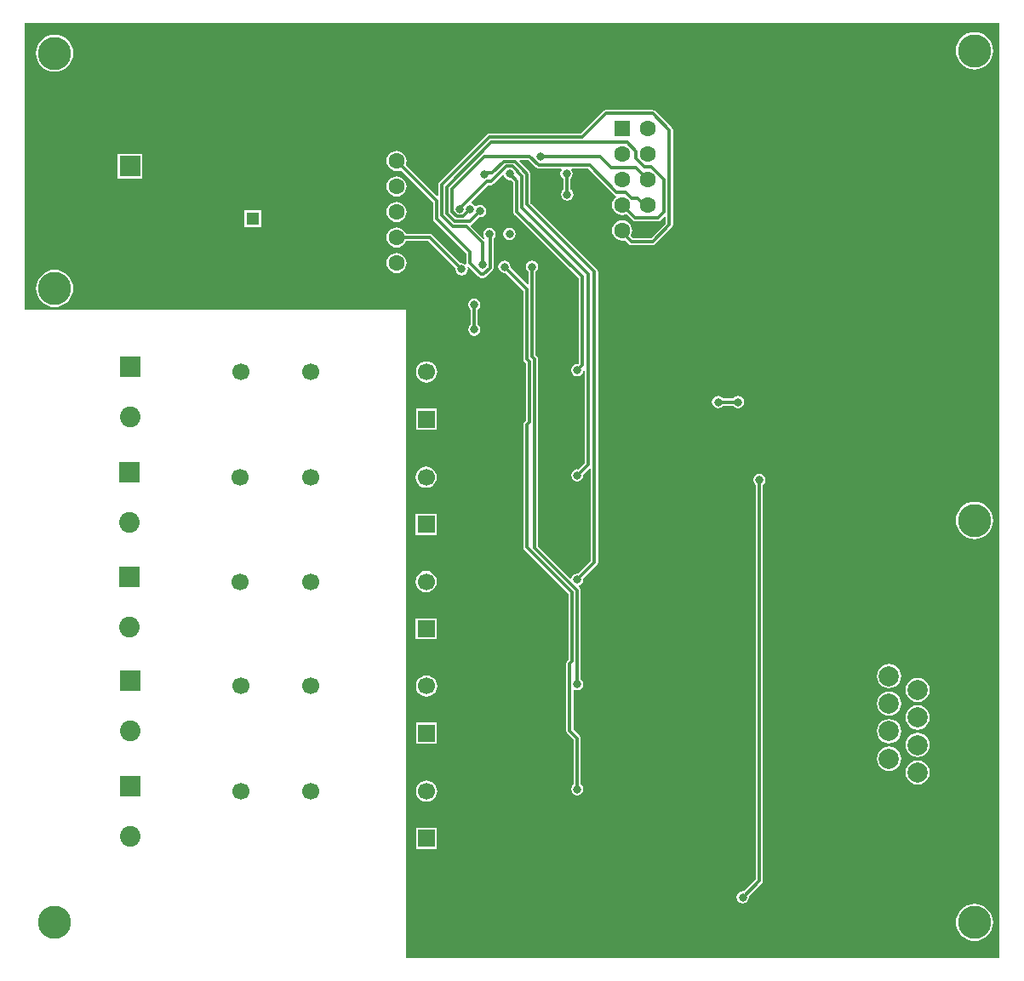
<source format=gbl>
G04*
G04 #@! TF.GenerationSoftware,Altium Limited,Altium Designer,19.0.15 (446)*
G04*
G04 Layer_Physical_Order=2*
G04 Layer_Color=16711680*
%FSLAX25Y25*%
%MOIN*%
G70*
G01*
G75*
%ADD29R,0.19685X0.05512*%
%ADD70C,0.01181*%
%ADD73C,0.12992*%
%ADD74R,0.08071X0.08071*%
%ADD75C,0.08071*%
%ADD76C,0.06693*%
%ADD77R,0.06693X0.06693*%
%ADD78C,0.19685*%
%ADD79C,0.07874*%
%ADD80C,0.06299*%
%ADD81R,0.06299X0.06299*%
%ADD82R,0.05118X0.05118*%
%ADD83C,0.05118*%
%ADD84C,0.03150*%
%ADD85C,0.03937*%
G36*
X480315Y133858D02*
X248031D01*
Y387844D01*
X98770D01*
X98425Y388189D01*
Y500000D01*
X480315D01*
Y133858D01*
D02*
G37*
%LPC*%
G36*
X470472Y496492D02*
X469045Y496351D01*
X467672Y495935D01*
X466406Y495259D01*
X465297Y494348D01*
X464387Y493239D01*
X463711Y491974D01*
X463294Y490601D01*
X463154Y489173D01*
X463294Y487745D01*
X463711Y486373D01*
X464387Y485107D01*
X465297Y483998D01*
X466406Y483088D01*
X467672Y482412D01*
X469045Y481995D01*
X470472Y481854D01*
X471900Y481995D01*
X473273Y482412D01*
X474539Y483088D01*
X475647Y483998D01*
X476558Y485107D01*
X477234Y486373D01*
X477650Y487745D01*
X477791Y489173D01*
X477650Y490601D01*
X477234Y491974D01*
X476558Y493239D01*
X475647Y494348D01*
X474539Y495259D01*
X473273Y495935D01*
X471900Y496351D01*
X470472Y496492D01*
D02*
G37*
G36*
X110236Y495508D02*
X108808Y495367D01*
X107436Y494951D01*
X106170Y494274D01*
X105061Y493364D01*
X104151Y492255D01*
X103475Y490990D01*
X103058Y489617D01*
X102918Y488189D01*
X103058Y486761D01*
X103475Y485388D01*
X104151Y484123D01*
X105061Y483014D01*
X106170Y482104D01*
X107436Y481427D01*
X108808Y481011D01*
X110236Y480870D01*
X111664Y481011D01*
X113037Y481427D01*
X114302Y482104D01*
X115411Y483014D01*
X116322Y484123D01*
X116998Y485388D01*
X117414Y486761D01*
X117555Y488189D01*
X117414Y489617D01*
X116998Y490990D01*
X116322Y492255D01*
X115411Y493364D01*
X114302Y494274D01*
X113037Y494951D01*
X111664Y495367D01*
X110236Y495508D01*
D02*
G37*
G36*
X144587Y448721D02*
X134941D01*
Y439075D01*
X144587D01*
Y448721D01*
D02*
G37*
G36*
X344488Y465972D02*
X326181D01*
X325643Y465865D01*
X325188Y465560D01*
X316347Y456720D01*
X280456D01*
X279918Y456613D01*
X279462Y456308D01*
X260818Y437664D01*
X260513Y437208D01*
X260406Y436670D01*
Y432409D01*
X259944Y432217D01*
X247746Y444415D01*
X247987Y444996D01*
X248122Y446024D01*
X247987Y447051D01*
X247590Y448009D01*
X246959Y448832D01*
X246136Y449463D01*
X245179Y449859D01*
X244151Y449995D01*
X243123Y449859D01*
X242165Y449463D01*
X241343Y448832D01*
X240712Y448009D01*
X240315Y447051D01*
X240180Y446024D01*
X240315Y444996D01*
X240712Y444038D01*
X241343Y443216D01*
X242165Y442585D01*
X243123Y442188D01*
X244151Y442053D01*
X245179Y442188D01*
X245759Y442428D01*
X258438Y429750D01*
Y423228D01*
X258544Y422691D01*
X258849Y422235D01*
X271414Y409670D01*
Y406076D01*
X271470Y405792D01*
X271021Y405491D01*
X270606Y405768D01*
X269685Y405951D01*
X269333Y405881D01*
X258197Y417017D01*
X257741Y417322D01*
X257203Y417429D01*
X247830D01*
X247590Y418009D01*
X246959Y418831D01*
X246136Y419463D01*
X245179Y419859D01*
X244151Y419995D01*
X243123Y419859D01*
X242165Y419463D01*
X241343Y418831D01*
X240712Y418009D01*
X240315Y417051D01*
X240180Y416024D01*
X240315Y414996D01*
X240712Y414038D01*
X241343Y413216D01*
X242165Y412585D01*
X243123Y412188D01*
X244151Y412053D01*
X245179Y412188D01*
X246136Y412585D01*
X246959Y413216D01*
X247590Y414038D01*
X247830Y414619D01*
X256621D01*
X267346Y403894D01*
X267276Y403543D01*
X267459Y402621D01*
X267981Y401839D01*
X268763Y401317D01*
X269685Y401134D01*
X270606Y401317D01*
X271388Y401839D01*
X271910Y402621D01*
X272093Y403543D01*
X271953Y404249D01*
X272413Y404495D01*
X276327Y400581D01*
X276783Y400277D01*
X277320Y400170D01*
X278244D01*
X278782Y400277D01*
X279238Y400581D01*
X281729Y403072D01*
X282033Y403528D01*
X282140Y404066D01*
Y415569D01*
X282214Y415619D01*
X282736Y416400D01*
X282920Y417322D01*
X282736Y418244D01*
X282214Y419025D01*
X281433Y419547D01*
X280511Y419731D01*
X279590Y419547D01*
X278808Y419025D01*
X278286Y418244D01*
X278103Y417322D01*
X278286Y416400D01*
X278688Y415798D01*
X278300Y415480D01*
X273313Y420467D01*
X273467Y421020D01*
X273812Y421251D01*
X276559Y423997D01*
X276911Y423928D01*
X277833Y424111D01*
X278614Y424633D01*
X279136Y425414D01*
X279319Y426336D01*
X279136Y427258D01*
X278614Y428039D01*
X277833Y428561D01*
X276911Y428745D01*
X275989Y428561D01*
X275624Y428317D01*
X274946Y428466D01*
X274677Y428868D01*
X273895Y429390D01*
X273677Y429434D01*
X273532Y429912D01*
X280108Y436489D01*
X281159D01*
X281697Y436596D01*
X282153Y436900D01*
X285638Y440386D01*
X286117Y440241D01*
X286160Y440022D01*
X286682Y439241D01*
X287464Y438719D01*
X288385Y438535D01*
X288737Y438605D01*
X289934Y437409D01*
Y426181D01*
X290041Y425643D01*
X290345Y425188D01*
X315524Y400009D01*
Y366837D01*
X315094Y366467D01*
X314961Y366493D01*
X314039Y366310D01*
X313258Y365788D01*
X312736Y365006D01*
X312552Y364085D01*
X312736Y363163D01*
X313258Y362382D01*
X314039Y361859D01*
X314961Y361676D01*
X315882Y361859D01*
X316664Y362382D01*
X317186Y363163D01*
X317361Y364046D01*
X317388Y364098D01*
X317886Y363837D01*
Y327708D01*
X315312Y325134D01*
X314961Y325204D01*
X314039Y325020D01*
X313258Y324498D01*
X312736Y323717D01*
X312552Y322795D01*
X312736Y321874D01*
X313258Y321092D01*
X314039Y320570D01*
X314961Y320387D01*
X315882Y320570D01*
X316664Y321092D01*
X317186Y321874D01*
X317369Y322795D01*
X317299Y323147D01*
X319787Y325634D01*
X320249Y325443D01*
Y289224D01*
X315312Y284287D01*
X314961Y284357D01*
X314039Y284174D01*
X313258Y283652D01*
X312736Y282871D01*
X312692Y282652D01*
X312214Y282507D01*
X299633Y295087D01*
Y368229D01*
X299526Y368767D01*
X299222Y369223D01*
X298649Y369796D01*
Y402625D01*
X298946Y402824D01*
X299469Y403606D01*
X299652Y404528D01*
X299469Y405449D01*
X298946Y406231D01*
X298165Y406753D01*
X297243Y406936D01*
X296322Y406753D01*
X295540Y406231D01*
X295018Y405449D01*
X294835Y404528D01*
X295018Y403606D01*
X295540Y402824D01*
X295838Y402625D01*
Y397745D01*
X295377Y397554D01*
X288755Y404175D01*
X288825Y404527D01*
X288642Y405448D01*
X288120Y406230D01*
X287338Y406752D01*
X286417Y406935D01*
X285495Y406752D01*
X284714Y406230D01*
X284192Y405448D01*
X284008Y404527D01*
X284192Y403605D01*
X284714Y402824D01*
X285495Y402302D01*
X286417Y402118D01*
X286768Y402188D01*
X293870Y395087D01*
Y368399D01*
X293977Y367861D01*
X294282Y367405D01*
X294855Y366832D01*
Y344230D01*
X294282Y343657D01*
X293977Y343201D01*
X293870Y342663D01*
Y294675D01*
X293977Y294137D01*
X294282Y293681D01*
X311587Y276376D01*
Y250582D01*
X311014Y250009D01*
X310710Y249553D01*
X310603Y249016D01*
Y222787D01*
X310710Y222250D01*
X311014Y221794D01*
X313556Y219253D01*
Y201764D01*
X313258Y201565D01*
X312736Y200784D01*
X312552Y199862D01*
X312736Y198941D01*
X313258Y198159D01*
X314039Y197637D01*
X314961Y197454D01*
X315882Y197637D01*
X316664Y198159D01*
X317186Y198941D01*
X317369Y199862D01*
X317186Y200784D01*
X316664Y201565D01*
X316366Y201764D01*
Y219835D01*
X316259Y220372D01*
X315954Y220828D01*
X313413Y223369D01*
Y238667D01*
X313854Y238902D01*
X314039Y238779D01*
X314961Y238596D01*
X315882Y238779D01*
X316664Y239301D01*
X317186Y240082D01*
X317369Y241004D01*
X317186Y241926D01*
X316664Y242707D01*
X316366Y242906D01*
Y277773D01*
X316259Y278311D01*
X315954Y278766D01*
X315519Y279202D01*
X315664Y279680D01*
X315882Y279724D01*
X316664Y280246D01*
X317186Y281027D01*
X317369Y281949D01*
X317299Y282300D01*
X322647Y287648D01*
X322952Y288104D01*
X323059Y288642D01*
Y402548D01*
X322952Y403085D01*
X322647Y403541D01*
X296680Y429507D01*
Y440705D01*
X296574Y441242D01*
X296269Y441698D01*
X294763Y443204D01*
X294724Y443401D01*
X294419Y443857D01*
X292308Y445968D01*
X292499Y446430D01*
X295791D01*
X298923Y443298D01*
X299378Y442993D01*
X299916Y442886D01*
X308596D01*
X308863Y442386D01*
X308555Y441926D01*
X308372Y441004D01*
X308555Y440082D01*
X309077Y439301D01*
X309497Y439020D01*
Y434673D01*
X309321Y434556D01*
X308799Y433774D01*
X308615Y432853D01*
X308799Y431931D01*
X309321Y431149D01*
X310102Y430627D01*
X311024Y430444D01*
X311945Y430627D01*
X312727Y431149D01*
X313249Y431931D01*
X313432Y432853D01*
X313249Y433774D01*
X312727Y434556D01*
X312307Y434836D01*
Y439183D01*
X312483Y439301D01*
X313005Y440082D01*
X313189Y441004D01*
X313005Y441926D01*
X312697Y442386D01*
X312965Y442886D01*
X319201D01*
X329235Y432853D01*
X329691Y432548D01*
X330009Y432485D01*
X330135Y431951D01*
X329712Y431627D01*
X329081Y430804D01*
X328684Y429847D01*
X328549Y428819D01*
X328684Y427791D01*
X329081Y426833D01*
X329712Y426011D01*
X330534Y425380D01*
X331492Y424983D01*
X332520Y424848D01*
X333547Y424983D01*
X334128Y425224D01*
X336630Y422721D01*
X337086Y422417D01*
X337624Y422310D01*
X346602D01*
X347140Y422417D01*
X347596Y422721D01*
X349117Y424243D01*
X349579Y424052D01*
Y421462D01*
X343813Y415696D01*
X336709D01*
X335791Y416615D01*
X335959Y416833D01*
X336355Y417791D01*
X336491Y418819D01*
X336355Y419847D01*
X335959Y420804D01*
X335328Y421627D01*
X334505Y422258D01*
X333547Y422655D01*
X332520Y422790D01*
X331492Y422655D01*
X330534Y422258D01*
X329712Y421627D01*
X329081Y420804D01*
X328684Y419847D01*
X328549Y418819D01*
X328684Y417791D01*
X329081Y416833D01*
X329712Y416011D01*
X330534Y415380D01*
X331492Y414983D01*
X332520Y414848D01*
X333460Y414972D01*
X335134Y413298D01*
X335590Y412993D01*
X336127Y412886D01*
X344395D01*
X344933Y412993D01*
X345389Y413298D01*
X351978Y419887D01*
X352282Y420343D01*
X352389Y420881D01*
Y458071D01*
X352282Y458608D01*
X351978Y459064D01*
X345482Y465560D01*
X345026Y465865D01*
X344488Y465972D01*
D02*
G37*
G36*
X244151Y439995D02*
X243123Y439859D01*
X242165Y439463D01*
X241343Y438832D01*
X240712Y438009D01*
X240315Y437051D01*
X240180Y436024D01*
X240315Y434996D01*
X240712Y434038D01*
X241343Y433216D01*
X242165Y432585D01*
X243123Y432188D01*
X244151Y432053D01*
X245179Y432188D01*
X246136Y432585D01*
X246959Y433216D01*
X247590Y434038D01*
X247987Y434996D01*
X248122Y436024D01*
X247987Y437051D01*
X247590Y438009D01*
X246959Y438832D01*
X246136Y439463D01*
X245179Y439859D01*
X244151Y439995D01*
D02*
G37*
G36*
Y429995D02*
X243123Y429859D01*
X242165Y429463D01*
X241343Y428831D01*
X240712Y428009D01*
X240315Y427051D01*
X240180Y426024D01*
X240315Y424996D01*
X240712Y424038D01*
X241343Y423216D01*
X242165Y422585D01*
X243123Y422188D01*
X244151Y422053D01*
X245179Y422188D01*
X246136Y422585D01*
X246959Y423216D01*
X247590Y424038D01*
X247987Y424996D01*
X248122Y426024D01*
X247987Y427051D01*
X247590Y428009D01*
X246959Y428831D01*
X246136Y429463D01*
X245179Y429859D01*
X244151Y429995D01*
D02*
G37*
G36*
X191339Y426575D02*
X184646D01*
Y419882D01*
X191339D01*
Y426575D01*
D02*
G37*
G36*
X288385Y419731D02*
X287464Y419547D01*
X286682Y419025D01*
X286160Y418244D01*
X285977Y417322D01*
X286160Y416400D01*
X286682Y415619D01*
X287464Y415097D01*
X288385Y414914D01*
X289307Y415097D01*
X290088Y415619D01*
X290610Y416400D01*
X290794Y417322D01*
X290610Y418244D01*
X290088Y419025D01*
X289307Y419547D01*
X288385Y419731D01*
D02*
G37*
G36*
X244151Y409995D02*
X243123Y409859D01*
X242165Y409463D01*
X241343Y408832D01*
X240712Y408009D01*
X240315Y407051D01*
X240180Y406024D01*
X240315Y404996D01*
X240712Y404038D01*
X241343Y403216D01*
X242165Y402585D01*
X243123Y402188D01*
X244151Y402053D01*
X245179Y402188D01*
X246136Y402585D01*
X246959Y403216D01*
X247590Y404038D01*
X247987Y404996D01*
X248122Y406024D01*
X247987Y407051D01*
X247590Y408009D01*
X246959Y408832D01*
X246136Y409463D01*
X245179Y409859D01*
X244151Y409995D01*
D02*
G37*
G36*
X110236Y403342D02*
X108808Y403202D01*
X107436Y402785D01*
X106170Y402109D01*
X105061Y401199D01*
X104151Y400090D01*
X103475Y398824D01*
X103058Y397451D01*
X102918Y396024D01*
X103058Y394596D01*
X103475Y393223D01*
X104151Y391958D01*
X105061Y390848D01*
X106170Y389938D01*
X107436Y389262D01*
X108808Y388846D01*
X110236Y388705D01*
X111664Y388846D01*
X113037Y389262D01*
X114302Y389938D01*
X115411Y390848D01*
X116322Y391958D01*
X116998Y393223D01*
X117414Y394596D01*
X117555Y396024D01*
X117414Y397451D01*
X116998Y398824D01*
X116322Y400090D01*
X115411Y401199D01*
X114302Y402109D01*
X113037Y402785D01*
X111664Y403202D01*
X110236Y403342D01*
D02*
G37*
G36*
X274606Y392172D02*
X273684Y391989D01*
X272903Y391467D01*
X272381Y390686D01*
X272197Y389764D01*
X272381Y388842D01*
X272903Y388061D01*
X273201Y387861D01*
Y381823D01*
X272903Y381624D01*
X272381Y380843D01*
X272197Y379921D01*
X272381Y379000D01*
X272903Y378218D01*
X273684Y377696D01*
X274606Y377513D01*
X275527Y377696D01*
X276309Y378218D01*
X276831Y379000D01*
X277014Y379921D01*
X276831Y380843D01*
X276309Y381624D01*
X276011Y381823D01*
Y387861D01*
X276309Y388061D01*
X276831Y388842D01*
X277014Y389764D01*
X276831Y390686D01*
X276309Y391467D01*
X275527Y391989D01*
X274606Y392172D01*
D02*
G37*
G36*
X255906Y367506D02*
X254826Y367364D01*
X253821Y366948D01*
X252957Y366285D01*
X252295Y365421D01*
X251878Y364416D01*
X251736Y363337D01*
X251878Y362258D01*
X252295Y361252D01*
X252957Y360388D01*
X253821Y359726D01*
X254826Y359309D01*
X255906Y359167D01*
X256985Y359309D01*
X257990Y359726D01*
X258854Y360388D01*
X259516Y361252D01*
X259933Y362258D01*
X260075Y363337D01*
X259933Y364416D01*
X259516Y365421D01*
X258854Y366285D01*
X257990Y366948D01*
X256985Y367364D01*
X255906Y367506D01*
D02*
G37*
G36*
X377953Y353934D02*
X377031Y353751D01*
X376250Y353229D01*
X376050Y352930D01*
X371981D01*
X371782Y353229D01*
X371000Y353751D01*
X370079Y353934D01*
X369157Y353751D01*
X368376Y353229D01*
X367854Y352447D01*
X367670Y351526D01*
X367854Y350604D01*
X368376Y349822D01*
X369157Y349300D01*
X370079Y349117D01*
X371000Y349300D01*
X371782Y349822D01*
X371981Y350121D01*
X376050D01*
X376250Y349822D01*
X377031Y349300D01*
X377953Y349117D01*
X378874Y349300D01*
X379656Y349822D01*
X380178Y350604D01*
X380361Y351526D01*
X380178Y352447D01*
X379656Y353229D01*
X378874Y353751D01*
X377953Y353934D01*
D02*
G37*
G36*
X260039Y348967D02*
X251772D01*
Y340699D01*
X260039D01*
Y348967D01*
D02*
G37*
G36*
X255752Y326217D02*
X254673Y326075D01*
X253667Y325658D01*
X252804Y324995D01*
X252141Y324132D01*
X251725Y323126D01*
X251583Y322047D01*
X251725Y320968D01*
X252141Y319963D01*
X252804Y319099D01*
X253667Y318436D01*
X254673Y318020D01*
X255752Y317878D01*
X256831Y318020D01*
X257837Y318436D01*
X258700Y319099D01*
X259363Y319963D01*
X259779Y320968D01*
X259922Y322047D01*
X259779Y323126D01*
X259363Y324132D01*
X258700Y324995D01*
X257837Y325658D01*
X256831Y326075D01*
X255752Y326217D01*
D02*
G37*
G36*
X259886Y307677D02*
X251618D01*
Y299409D01*
X259886D01*
Y307677D01*
D02*
G37*
G36*
X470472Y312437D02*
X469045Y312296D01*
X467672Y311880D01*
X466406Y311203D01*
X465297Y310293D01*
X464387Y309184D01*
X463711Y307919D01*
X463294Y306546D01*
X463154Y305118D01*
X463294Y303690D01*
X463711Y302317D01*
X464387Y301052D01*
X465297Y299943D01*
X466406Y299033D01*
X467672Y298357D01*
X469045Y297940D01*
X470472Y297799D01*
X471900Y297940D01*
X473273Y298357D01*
X474539Y299033D01*
X475647Y299943D01*
X476558Y301052D01*
X477234Y302317D01*
X477650Y303690D01*
X477791Y305118D01*
X477650Y306546D01*
X477234Y307919D01*
X476558Y309184D01*
X475647Y310293D01*
X474539Y311203D01*
X473273Y311880D01*
X471900Y312296D01*
X470472Y312437D01*
D02*
G37*
G36*
X255752Y285370D02*
X254673Y285228D01*
X253667Y284812D01*
X252804Y284149D01*
X252141Y283285D01*
X251725Y282280D01*
X251583Y281201D01*
X251725Y280122D01*
X252141Y279116D01*
X252804Y278253D01*
X253667Y277590D01*
X254673Y277173D01*
X255752Y277031D01*
X256831Y277173D01*
X257837Y277590D01*
X258700Y278253D01*
X259363Y279116D01*
X259779Y280122D01*
X259922Y281201D01*
X259779Y282280D01*
X259363Y283285D01*
X258700Y284149D01*
X257837Y284812D01*
X256831Y285228D01*
X255752Y285370D01*
D02*
G37*
G36*
X259886Y266831D02*
X251618D01*
Y258563D01*
X259886D01*
Y266831D01*
D02*
G37*
G36*
X437008Y248909D02*
X435775Y248746D01*
X434625Y248270D01*
X433638Y247513D01*
X432881Y246526D01*
X432405Y245377D01*
X432243Y244144D01*
X432405Y242910D01*
X432881Y241761D01*
X433638Y240774D01*
X434625Y240017D01*
X435775Y239541D01*
X437008Y239378D01*
X438241Y239541D01*
X439390Y240017D01*
X440377Y240774D01*
X441135Y241761D01*
X441611Y242910D01*
X441773Y244144D01*
X441611Y245377D01*
X441135Y246526D01*
X440377Y247513D01*
X439390Y248270D01*
X438241Y248746D01*
X437008Y248909D01*
D02*
G37*
G36*
X255906Y244425D02*
X254826Y244283D01*
X253821Y243867D01*
X252957Y243204D01*
X252295Y242341D01*
X251878Y241335D01*
X251736Y240256D01*
X251878Y239177D01*
X252295Y238171D01*
X252957Y237308D01*
X253821Y236645D01*
X254826Y236228D01*
X255906Y236086D01*
X256985Y236228D01*
X257990Y236645D01*
X258854Y237308D01*
X259516Y238171D01*
X259933Y239177D01*
X260075Y240256D01*
X259933Y241335D01*
X259516Y242341D01*
X258854Y243204D01*
X257990Y243867D01*
X256985Y244283D01*
X255906Y244425D01*
D02*
G37*
G36*
X448189Y243515D02*
X446956Y243353D01*
X445806Y242877D01*
X444819Y242120D01*
X444062Y241133D01*
X443586Y239983D01*
X443424Y238750D01*
X443586Y237517D01*
X444062Y236367D01*
X444819Y235381D01*
X445806Y234623D01*
X446956Y234147D01*
X448189Y233985D01*
X449422Y234147D01*
X450572Y234623D01*
X451558Y235381D01*
X452316Y236367D01*
X452792Y237517D01*
X452954Y238750D01*
X452792Y239983D01*
X452316Y241133D01*
X451558Y242120D01*
X450572Y242877D01*
X449422Y243353D01*
X448189Y243515D01*
D02*
G37*
G36*
X437008Y238122D02*
X435775Y237959D01*
X434625Y237483D01*
X433638Y236726D01*
X432881Y235739D01*
X432405Y234590D01*
X432243Y233356D01*
X432405Y232123D01*
X432881Y230974D01*
X433638Y229987D01*
X434625Y229229D01*
X435775Y228753D01*
X437008Y228591D01*
X438241Y228753D01*
X439390Y229229D01*
X440377Y229987D01*
X441135Y230974D01*
X441611Y232123D01*
X441773Y233356D01*
X441611Y234590D01*
X441135Y235739D01*
X440377Y236726D01*
X439390Y237483D01*
X438241Y237959D01*
X437008Y238122D01*
D02*
G37*
G36*
X448189Y232728D02*
X446956Y232565D01*
X445806Y232089D01*
X444819Y231332D01*
X444062Y230345D01*
X443586Y229196D01*
X443424Y227963D01*
X443586Y226729D01*
X444062Y225580D01*
X444819Y224593D01*
X445806Y223836D01*
X446956Y223360D01*
X448189Y223197D01*
X449422Y223360D01*
X450572Y223836D01*
X451558Y224593D01*
X452316Y225580D01*
X452792Y226729D01*
X452954Y227963D01*
X452792Y229196D01*
X452316Y230345D01*
X451558Y231332D01*
X450572Y232089D01*
X449422Y232565D01*
X448189Y232728D01*
D02*
G37*
G36*
X437008Y227334D02*
X435775Y227172D01*
X434625Y226696D01*
X433638Y225938D01*
X432881Y224952D01*
X432405Y223802D01*
X432243Y222569D01*
X432405Y221336D01*
X432881Y220186D01*
X433638Y219199D01*
X434625Y218442D01*
X435775Y217966D01*
X437008Y217804D01*
X438241Y217966D01*
X439390Y218442D01*
X440377Y219199D01*
X441135Y220186D01*
X441611Y221336D01*
X441773Y222569D01*
X441611Y223802D01*
X441135Y224952D01*
X440377Y225938D01*
X439390Y226696D01*
X438241Y227172D01*
X437008Y227334D01*
D02*
G37*
G36*
X260039Y225886D02*
X251772D01*
Y217618D01*
X260039D01*
Y225886D01*
D02*
G37*
G36*
X448189Y221940D02*
X446956Y221778D01*
X445806Y221302D01*
X444819Y220545D01*
X444062Y219558D01*
X443586Y218408D01*
X443424Y217175D01*
X443586Y215942D01*
X444062Y214793D01*
X444819Y213806D01*
X445806Y213048D01*
X446956Y212572D01*
X448189Y212410D01*
X449422Y212572D01*
X450572Y213048D01*
X451558Y213806D01*
X452316Y214793D01*
X452792Y215942D01*
X452954Y217175D01*
X452792Y218408D01*
X452316Y219558D01*
X451558Y220545D01*
X450572Y221302D01*
X449422Y221778D01*
X448189Y221940D01*
D02*
G37*
G36*
X437008Y216547D02*
X435775Y216384D01*
X434625Y215908D01*
X433638Y215151D01*
X432881Y214164D01*
X432405Y213015D01*
X432243Y211782D01*
X432405Y210548D01*
X432881Y209399D01*
X433638Y208412D01*
X434625Y207655D01*
X435775Y207179D01*
X437008Y207016D01*
X438241Y207179D01*
X439390Y207655D01*
X440377Y208412D01*
X441135Y209399D01*
X441611Y210548D01*
X441773Y211782D01*
X441611Y213015D01*
X441135Y214164D01*
X440377Y215151D01*
X439390Y215908D01*
X438241Y216384D01*
X437008Y216547D01*
D02*
G37*
G36*
X448189Y211153D02*
X446956Y210991D01*
X445806Y210515D01*
X444819Y209757D01*
X444062Y208770D01*
X443586Y207621D01*
X443424Y206388D01*
X443586Y205154D01*
X444062Y204005D01*
X444819Y203018D01*
X445806Y202261D01*
X446956Y201785D01*
X448189Y201623D01*
X449422Y201785D01*
X450572Y202261D01*
X451558Y203018D01*
X452316Y204005D01*
X452792Y205154D01*
X452954Y206388D01*
X452792Y207621D01*
X452316Y208770D01*
X451558Y209757D01*
X450572Y210515D01*
X449422Y210991D01*
X448189Y211153D01*
D02*
G37*
G36*
X255906Y203284D02*
X254826Y203142D01*
X253821Y202725D01*
X252957Y202063D01*
X252295Y201199D01*
X251878Y200193D01*
X251736Y199114D01*
X251878Y198035D01*
X252295Y197029D01*
X252957Y196166D01*
X253821Y195503D01*
X254826Y195087D01*
X255906Y194945D01*
X256985Y195087D01*
X257990Y195503D01*
X258854Y196166D01*
X259516Y197029D01*
X259933Y198035D01*
X260075Y199114D01*
X259933Y200193D01*
X259516Y201199D01*
X258854Y202063D01*
X257990Y202725D01*
X256985Y203142D01*
X255906Y203284D01*
D02*
G37*
G36*
X260039Y184744D02*
X251772D01*
Y176476D01*
X260039D01*
Y184744D01*
D02*
G37*
G36*
X386270Y323501D02*
X385348Y323317D01*
X384567Y322795D01*
X384045Y322014D01*
X383861Y321092D01*
X384045Y320170D01*
X384567Y319389D01*
X384865Y319190D01*
Y164608D01*
X380076Y159819D01*
X379724Y159889D01*
X378803Y159705D01*
X378021Y159183D01*
X377499Y158402D01*
X377316Y157480D01*
X377499Y156559D01*
X378021Y155777D01*
X378803Y155255D01*
X379724Y155072D01*
X380646Y155255D01*
X381427Y155777D01*
X381949Y156559D01*
X382133Y157480D01*
X382063Y157832D01*
X387263Y163032D01*
X387568Y163488D01*
X387675Y164026D01*
Y319190D01*
X387973Y319389D01*
X388495Y320170D01*
X388678Y321092D01*
X388495Y322014D01*
X387973Y322795D01*
X387191Y323317D01*
X386270Y323501D01*
D02*
G37*
G36*
X470472Y154956D02*
X469045Y154816D01*
X467672Y154399D01*
X466406Y153723D01*
X465297Y152813D01*
X464387Y151704D01*
X463711Y150439D01*
X463294Y149066D01*
X463154Y147638D01*
X463294Y146210D01*
X463711Y144837D01*
X464387Y143572D01*
X465297Y142463D01*
X466406Y141552D01*
X467672Y140876D01*
X469045Y140460D01*
X470472Y140319D01*
X471900Y140460D01*
X473273Y140876D01*
X474539Y141552D01*
X475647Y142463D01*
X476558Y143572D01*
X477234Y144837D01*
X477650Y146210D01*
X477791Y147638D01*
X477650Y149066D01*
X477234Y150439D01*
X476558Y151704D01*
X475647Y152813D01*
X474539Y153723D01*
X473273Y154399D01*
X471900Y154816D01*
X470472Y154956D01*
D02*
G37*
%LPD*%
D29*
Y442392D02*
D03*
Y408927D02*
D03*
D70*
X386270Y164026D02*
Y321092D01*
X379724Y157480D02*
X386270Y164026D01*
X310780Y441004D02*
X310902Y440882D01*
Y432974D02*
Y440882D01*
Y432974D02*
X311024Y432853D01*
X274606Y379921D02*
Y389764D01*
X272819Y406076D02*
X277320Y401575D01*
X272819Y406076D02*
Y410252D01*
X259842Y423228D02*
X272819Y410252D01*
X259842Y423228D02*
Y430332D01*
X244151Y446024D02*
X259842Y430332D01*
X261811Y429134D02*
Y436670D01*
X261811Y429134D02*
X261811Y429134D01*
X263779Y425366D02*
Y435855D01*
X265748Y435039D02*
X278543Y447835D01*
X265748Y426181D02*
Y435039D01*
X281271Y453346D02*
X334395D01*
X261811Y436670D02*
X280456Y455315D01*
X296373Y447835D02*
X299916Y444291D01*
X278543Y447835D02*
X296373D01*
X263779Y435855D02*
X281271Y453346D01*
X261811Y424550D02*
Y429134D01*
X265748Y426181D02*
X267717Y424213D01*
X280456Y455315D02*
X316929D01*
X278244Y401575D02*
X280735Y404066D01*
X277320Y401575D02*
X278244D01*
X257203Y416024D02*
X269685Y403543D01*
X244151Y416024D02*
X257203D01*
X277782Y405289D02*
Y414010D01*
X280735Y404066D02*
Y417098D01*
X280511Y417322D02*
X280735Y417098D01*
X271517Y420276D02*
X277782Y414010D01*
X272819Y422244D02*
X276911Y426336D01*
X266901Y422244D02*
X272819D01*
X270260Y424213D02*
X272974Y426927D01*
X267717Y424213D02*
X270260D01*
X266086Y420276D02*
X271517D01*
X261811Y424550D02*
X266086Y420276D01*
X263779Y425366D02*
X266901Y422244D01*
X299916Y444291D02*
X319783D01*
X370079Y351526D02*
X377953D01*
X337992Y443347D02*
X342520Y438819D01*
X328307Y443347D02*
X337992D01*
X334395Y453346D02*
X337992Y449749D01*
X333896Y433846D02*
X336339Y431402D01*
X330229Y433846D02*
X333896D01*
X319783Y444291D02*
X330229Y433846D01*
X300549Y447835D02*
X323819D01*
X328307Y443347D01*
X336339Y431402D02*
X338551D01*
X341135Y428819D01*
X342520D01*
X346602Y423715D02*
X349016Y426128D01*
X337624Y423715D02*
X346602D01*
X332520Y428819D02*
X337624Y423715D01*
X349016Y426128D02*
Y438726D01*
X344488Y464567D02*
X350984Y458071D01*
X344395Y414291D02*
X350984Y420881D01*
X343923Y443819D02*
X349016Y438726D01*
X350984Y420881D02*
Y458071D01*
X337992Y446944D02*
X341117Y443819D01*
X337992Y446944D02*
Y449749D01*
X341117Y443819D02*
X343923D01*
X332520Y417899D02*
X336127Y414291D01*
X332520Y417899D02*
Y418819D01*
X336127Y414291D02*
X344395D01*
X326181Y464567D02*
X344488D01*
X316929Y455315D02*
X326181Y464567D01*
X269037Y427165D02*
Y427404D01*
X281159Y437894D02*
X287163Y443898D01*
X279526Y437894D02*
X281159D01*
X269037Y427404D02*
X279526Y437894D01*
X289607Y443898D02*
X291457Y442048D01*
X287163Y443898D02*
X289607D01*
X272974Y426927D02*
Y427165D01*
X295275Y294675D02*
Y342663D01*
X286417Y404527D02*
X295275Y395669D01*
Y368399D02*
Y395669D01*
Y368399D02*
X296260Y367414D01*
Y343648D02*
Y367414D01*
X295275Y342663D02*
X296260Y343648D01*
X298228Y294505D02*
Y368229D01*
X297243Y369214D02*
Y404528D01*
X298228Y294505D02*
X314961Y277773D01*
X297243Y369214D02*
X298228Y368229D01*
X290453Y324902D02*
X291339Y324016D01*
X314961Y241004D02*
Y277773D01*
X295275Y294675D02*
X312992Y276958D01*
Y250000D02*
Y276958D01*
X312008Y249016D02*
X312992Y250000D01*
X312008Y222787D02*
Y249016D01*
Y222787D02*
X314961Y219835D01*
Y199862D02*
Y219835D01*
X295276Y428925D02*
Y440705D01*
X293426Y442554D02*
X295276Y440705D01*
X293426Y442554D02*
Y442863D01*
X290423Y445866D02*
X293426Y442863D01*
X291457Y441739D02*
Y442048D01*
Y441739D02*
X293307Y439889D01*
Y428110D02*
Y439889D01*
X286348Y445866D02*
X290423D01*
X288385Y440944D02*
X291339Y437991D01*
X281705Y441223D02*
X286348Y445866D01*
X278920Y441223D02*
X281705D01*
X278543Y440846D02*
X278920Y441223D01*
X293307Y427553D02*
Y428110D01*
X291339Y426181D02*
Y437991D01*
X295276Y428925D02*
X321654Y402548D01*
Y288642D02*
Y402548D01*
X293307Y427553D02*
X319291Y401569D01*
Y327126D02*
Y401569D01*
X291339Y426181D02*
X316929Y400591D01*
Y366053D02*
Y400591D01*
X314961Y281949D02*
X321654Y288642D01*
X314961Y322795D02*
X319291Y327126D01*
X314961Y364085D02*
X316929Y366053D01*
D73*
X110236Y396024D02*
D03*
X470472Y305118D02*
D03*
X110236Y488189D02*
D03*
X470472Y489173D02*
D03*
Y147638D02*
D03*
X110236D02*
D03*
D74*
X139764Y443898D02*
D03*
Y365305D02*
D03*
Y201083D02*
D03*
Y242224D02*
D03*
X139610Y283169D02*
D03*
Y324016D02*
D03*
D75*
X139764Y424213D02*
D03*
Y345620D02*
D03*
Y181398D02*
D03*
Y222539D02*
D03*
X139610Y263484D02*
D03*
Y304331D02*
D03*
D76*
X183071Y363337D02*
D03*
X210630D02*
D03*
X255906D02*
D03*
X183071Y199114D02*
D03*
X210630D02*
D03*
X255906D02*
D03*
X183071Y240256D02*
D03*
X210630D02*
D03*
X255906D02*
D03*
X182917Y281201D02*
D03*
X210476D02*
D03*
X255752D02*
D03*
X182917Y322047D02*
D03*
X210476D02*
D03*
X255752D02*
D03*
D77*
X255906Y344833D02*
D03*
Y180610D02*
D03*
Y221752D02*
D03*
X255752Y262697D02*
D03*
Y303543D02*
D03*
D78*
X442598Y173356D02*
D03*
Y271781D02*
D03*
D79*
X448189Y206388D02*
D03*
Y217175D02*
D03*
Y227963D02*
D03*
Y238750D02*
D03*
X437008Y200994D02*
D03*
Y211782D02*
D03*
Y222569D02*
D03*
Y233356D02*
D03*
Y244144D02*
D03*
D80*
X332520Y418819D02*
D03*
Y428819D02*
D03*
Y438819D02*
D03*
Y448819D02*
D03*
X342520Y418819D02*
D03*
Y428819D02*
D03*
Y438819D02*
D03*
Y448819D02*
D03*
Y458819D02*
D03*
X244151Y436024D02*
D03*
Y426024D02*
D03*
Y416024D02*
D03*
Y406024D02*
D03*
Y446024D02*
D03*
D81*
X332520Y458819D02*
D03*
X244151Y396024D02*
D03*
D82*
X187992Y423228D02*
D03*
D83*
X178150D02*
D03*
D84*
X386270Y321092D02*
D03*
X379724Y157480D02*
D03*
X187992Y393223D02*
D03*
X370079Y460630D02*
D03*
X310780Y441004D02*
D03*
X311024Y432853D02*
D03*
X274606Y379921D02*
D03*
Y389764D02*
D03*
X269685Y403543D02*
D03*
X277782Y405289D02*
D03*
X178150Y456693D02*
D03*
X206693Y446850D02*
D03*
X202756Y476378D02*
D03*
X169291Y446850D02*
D03*
X278543Y391732D02*
D03*
X291457Y458661D02*
D03*
X280848D02*
D03*
X276911Y471496D02*
D03*
X220472Y415354D02*
D03*
X383809Y382136D02*
D03*
X403937Y351526D02*
D03*
X390846Y228346D02*
D03*
X377953Y351526D02*
D03*
X370079D02*
D03*
X300549Y447835D02*
D03*
X269037Y427165D02*
D03*
X290453Y324902D02*
D03*
X297243Y404528D02*
D03*
X288385Y440944D02*
D03*
X276911Y426336D02*
D03*
X272974Y427165D02*
D03*
X278543Y440846D02*
D03*
X286618Y428149D02*
D03*
X288385Y417322D02*
D03*
X286417Y404527D02*
D03*
X280511Y417322D02*
D03*
X314961Y322795D02*
D03*
Y199862D02*
D03*
Y241004D02*
D03*
Y281949D02*
D03*
Y364085D02*
D03*
X289370Y354380D02*
D03*
X293307Y201969D02*
D03*
X289370Y190157D02*
D03*
X293307Y243110D02*
D03*
X289370Y231299D02*
D03*
X293154Y284055D02*
D03*
X289216Y272244D02*
D03*
Y313090D02*
D03*
X293307Y366191D02*
D03*
D85*
X452756Y165354D02*
D03*
X456693Y173228D02*
D03*
X452756Y181103D02*
D03*
X476378Y480315D02*
D03*
X472441Y472441D02*
D03*
X476378Y464567D02*
D03*
X472441Y456693D02*
D03*
X476378Y448819D02*
D03*
Y433071D02*
D03*
Y417323D02*
D03*
Y401575D02*
D03*
X472441Y393701D02*
D03*
X476378Y385827D02*
D03*
X472441Y377953D02*
D03*
X476378Y370079D02*
D03*
X472441Y362205D02*
D03*
X476378Y354331D02*
D03*
X472441Y346457D02*
D03*
X476378Y338583D02*
D03*
X472441Y330709D02*
D03*
X476378Y322835D02*
D03*
Y291339D02*
D03*
X472441Y283465D02*
D03*
X476378Y275591D02*
D03*
X472441Y267717D02*
D03*
X476378Y259843D02*
D03*
X472441Y251969D02*
D03*
X476378Y244095D02*
D03*
X472441Y236221D02*
D03*
X476378Y228347D02*
D03*
X472441Y220473D02*
D03*
X476378Y212598D02*
D03*
X472441Y204725D02*
D03*
X476378Y196851D02*
D03*
X472441Y188977D02*
D03*
X476378Y181103D02*
D03*
X472441Y173228D02*
D03*
X476378Y165354D02*
D03*
X464567Y472441D02*
D03*
X468504Y464567D02*
D03*
X464567Y456693D02*
D03*
X468504Y448819D02*
D03*
Y433071D02*
D03*
Y417323D02*
D03*
Y401575D02*
D03*
X464567Y393701D02*
D03*
X468504Y385827D02*
D03*
X464567Y377953D02*
D03*
X468504Y370079D02*
D03*
X464567Y362205D02*
D03*
X468504Y354331D02*
D03*
X464567Y346457D02*
D03*
X468504Y338583D02*
D03*
X464567Y330709D02*
D03*
X468504Y322835D02*
D03*
X464567Y314961D02*
D03*
X468504Y291339D02*
D03*
X464567Y283465D02*
D03*
X468504Y275591D02*
D03*
X464567Y267717D02*
D03*
X468504Y259843D02*
D03*
X464567Y251969D02*
D03*
X468504Y244095D02*
D03*
X464567Y236221D02*
D03*
X468504Y228347D02*
D03*
X464567Y220473D02*
D03*
X468504Y212598D02*
D03*
X464567Y204725D02*
D03*
X468504Y196851D02*
D03*
X464567Y188977D02*
D03*
X468504Y181103D02*
D03*
X464567Y173228D02*
D03*
X468504Y165354D02*
D03*
X464567Y157480D02*
D03*
X456693Y488189D02*
D03*
X460630Y480315D02*
D03*
X456693Y472441D02*
D03*
X460630Y464567D02*
D03*
X456693Y456693D02*
D03*
X460630Y448819D02*
D03*
X456693Y440945D02*
D03*
X460630Y433071D02*
D03*
Y417323D02*
D03*
X456693Y409449D02*
D03*
X460630Y401575D02*
D03*
X456693Y393701D02*
D03*
X460630Y385827D02*
D03*
X456693Y377953D02*
D03*
X460630Y370079D02*
D03*
X456693Y362205D02*
D03*
X460630Y354331D02*
D03*
X456693Y346457D02*
D03*
X460630Y338583D02*
D03*
X456693Y330709D02*
D03*
X460630Y322835D02*
D03*
X456693Y314961D02*
D03*
Y299213D02*
D03*
X460630Y291339D02*
D03*
X456693Y283465D02*
D03*
X460630Y275591D02*
D03*
X456693Y267717D02*
D03*
X460630Y259843D02*
D03*
X456693Y251969D02*
D03*
X460630Y244095D02*
D03*
X456693Y236221D02*
D03*
X460630Y228347D02*
D03*
X456693Y220473D02*
D03*
X460630Y212598D02*
D03*
X456693Y204725D02*
D03*
X460630Y196851D02*
D03*
X456693Y188977D02*
D03*
X460630Y181103D02*
D03*
Y165354D02*
D03*
X456693Y157480D02*
D03*
Y141732D02*
D03*
X448819Y488189D02*
D03*
X452756Y480315D02*
D03*
X448819Y472441D02*
D03*
X452756Y464567D02*
D03*
X448819Y456693D02*
D03*
X452756Y448819D02*
D03*
Y417323D02*
D03*
X448819Y409449D02*
D03*
X452756Y401575D02*
D03*
X448819Y393701D02*
D03*
X452756Y385827D02*
D03*
X448819Y377953D02*
D03*
X452756Y370079D02*
D03*
X448819Y362205D02*
D03*
X452756Y354331D02*
D03*
X448819Y346457D02*
D03*
X452756Y338583D02*
D03*
X448819Y330709D02*
D03*
X452756Y322835D02*
D03*
X448819Y314961D02*
D03*
X452756Y307087D02*
D03*
X448819Y299213D02*
D03*
X452756Y291339D02*
D03*
X448819Y283465D02*
D03*
X452756Y259843D02*
D03*
X448819Y251969D02*
D03*
X452756Y196851D02*
D03*
X448819Y188977D02*
D03*
Y157480D02*
D03*
X452756Y149606D02*
D03*
X448819Y141732D02*
D03*
X440945Y488189D02*
D03*
X444882Y480315D02*
D03*
X440945Y472441D02*
D03*
X444882Y464567D02*
D03*
X440945Y456693D02*
D03*
X444882Y448819D02*
D03*
X440945Y440945D02*
D03*
X444882Y417323D02*
D03*
X440945Y409449D02*
D03*
X444882Y401575D02*
D03*
X440945Y393701D02*
D03*
X444882Y385827D02*
D03*
X440945Y377953D02*
D03*
X444882Y370079D02*
D03*
X440945Y362205D02*
D03*
X444882Y354331D02*
D03*
Y338583D02*
D03*
X440945Y330709D02*
D03*
X444882Y322835D02*
D03*
Y307087D02*
D03*
X440945Y299213D02*
D03*
X444882Y291339D02*
D03*
X440945Y251969D02*
D03*
X444882Y196851D02*
D03*
X440945Y188977D02*
D03*
Y157480D02*
D03*
X444882Y149606D02*
D03*
X440945Y141732D02*
D03*
X433071Y488189D02*
D03*
X437008Y480315D02*
D03*
X433071Y472441D02*
D03*
X437008Y464567D02*
D03*
X433071Y456693D02*
D03*
X437008Y448819D02*
D03*
X433071Y440945D02*
D03*
X437008Y433071D02*
D03*
X433071Y425197D02*
D03*
X437008Y417323D02*
D03*
X433071Y409449D02*
D03*
X437008Y401575D02*
D03*
X433071Y393701D02*
D03*
X437008Y385827D02*
D03*
X433071Y377953D02*
D03*
X437008Y370079D02*
D03*
X433071Y362205D02*
D03*
X437008Y338583D02*
D03*
X433071Y330709D02*
D03*
X437008Y307087D02*
D03*
X433071Y299213D02*
D03*
X437008Y291339D02*
D03*
X433071Y283465D02*
D03*
X437008Y259843D02*
D03*
X433071Y251969D02*
D03*
Y188977D02*
D03*
Y157480D02*
D03*
X437008Y149606D02*
D03*
X433071Y141732D02*
D03*
X429134Y480315D02*
D03*
Y464567D02*
D03*
Y448819D02*
D03*
Y433071D02*
D03*
Y417323D02*
D03*
Y401575D02*
D03*
Y385827D02*
D03*
Y370079D02*
D03*
Y354331D02*
D03*
Y338583D02*
D03*
X425197Y314961D02*
D03*
X429134Y307087D02*
D03*
X425197Y299213D02*
D03*
X429134Y291339D02*
D03*
X425197Y283465D02*
D03*
X429134Y275591D02*
D03*
X425197Y267717D02*
D03*
X429134Y259843D02*
D03*
X425197Y251969D02*
D03*
X429134Y228347D02*
D03*
Y212598D02*
D03*
Y196851D02*
D03*
Y181103D02*
D03*
Y165354D02*
D03*
Y149606D02*
D03*
M02*

</source>
